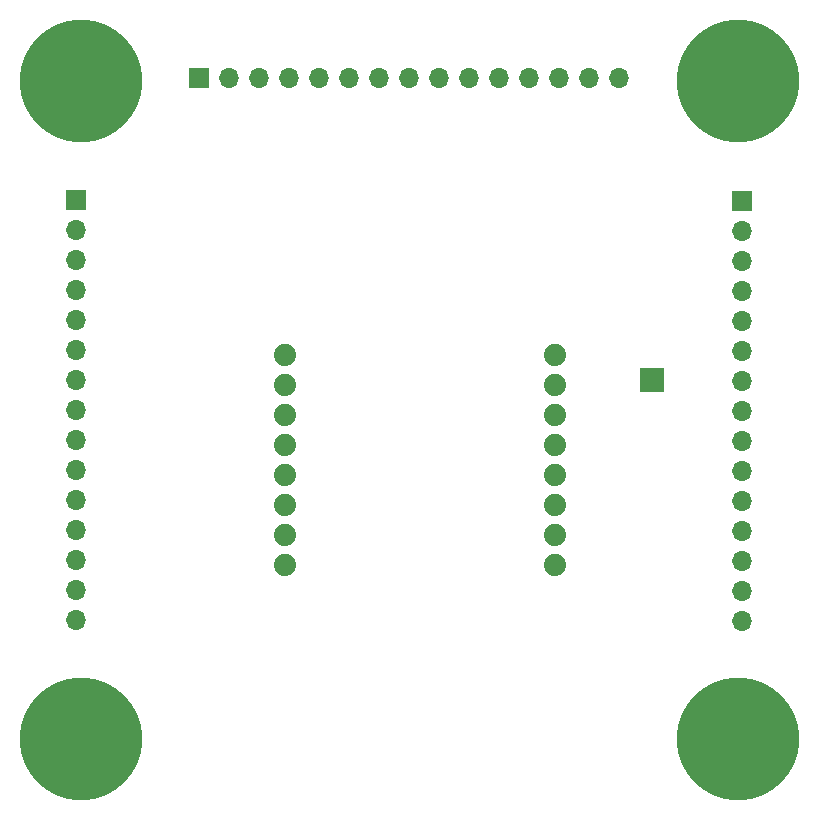
<source format=gbr>
%TF.GenerationSoftware,KiCad,Pcbnew,7.0.7*%
%TF.CreationDate,2024-04-01T01:35:54+05:30*%
%TF.ProjectId,GPS_Stack,4750535f-5374-4616-936b-2e6b69636164,rev?*%
%TF.SameCoordinates,Original*%
%TF.FileFunction,Soldermask,Top*%
%TF.FilePolarity,Negative*%
%FSLAX46Y46*%
G04 Gerber Fmt 4.6, Leading zero omitted, Abs format (unit mm)*
G04 Created by KiCad (PCBNEW 7.0.7) date 2024-04-01 01:35:54*
%MOMM*%
%LPD*%
G01*
G04 APERTURE LIST*
%ADD10R,2.000000X2.000000*%
%ADD11C,1.879600*%
%ADD12R,1.700000X1.700000*%
%ADD13O,1.700000X1.700000*%
%ADD14C,10.400000*%
G04 APERTURE END LIST*
D10*
%TO.C,TP1*%
X133705600Y-86690200D03*
%TD*%
D11*
%TO.C,U1*%
X125526800Y-84582000D03*
X125526800Y-87122000D03*
X125526800Y-89662000D03*
X125526800Y-92202000D03*
X125526800Y-94742000D03*
X125526800Y-97282000D03*
X125526800Y-99822000D03*
X125526800Y-102362000D03*
X102666800Y-84582000D03*
X102666800Y-87122000D03*
X102666800Y-89662000D03*
X102666800Y-92202000D03*
X102666800Y-94742000D03*
X102666800Y-97282000D03*
X102666800Y-99822000D03*
X102666800Y-102362000D03*
%TD*%
D12*
%TO.C,U2*%
X141370000Y-71509000D03*
D13*
X141370000Y-74049000D03*
X141370000Y-76589000D03*
X141370000Y-79129000D03*
X141370000Y-81669000D03*
X141370000Y-84209000D03*
X141370000Y-86749000D03*
X141370000Y-89289000D03*
X141370000Y-91829000D03*
X141370000Y-94369000D03*
X141370000Y-96909000D03*
X141370000Y-99449000D03*
X141370000Y-101989000D03*
X141370000Y-104529000D03*
X141370000Y-107069000D03*
X84970000Y-107039000D03*
X84970000Y-104499000D03*
X84970000Y-101959000D03*
X84970000Y-99419000D03*
X84970000Y-96879000D03*
X84970000Y-94339000D03*
X84970000Y-91799000D03*
X84970000Y-89259000D03*
X84970000Y-86719000D03*
X84970000Y-84179000D03*
X84970000Y-81639000D03*
X84970000Y-79099000D03*
X84970000Y-76559000D03*
X84970000Y-74019000D03*
D12*
X84970000Y-71479000D03*
X95395000Y-61094000D03*
D13*
X97935000Y-61094000D03*
X100475000Y-61094000D03*
X103015000Y-61094000D03*
X105555000Y-61094000D03*
X108095000Y-61094000D03*
X110635000Y-61094000D03*
X113175000Y-61094000D03*
X115715000Y-61094000D03*
X118255000Y-61094000D03*
X120795000Y-61094000D03*
X123335000Y-61094000D03*
X125875000Y-61094000D03*
X128415000Y-61094000D03*
X130955000Y-61094000D03*
D14*
X140970000Y-117094000D03*
X85370000Y-117094000D03*
X85370000Y-61394000D03*
X140970000Y-61409000D03*
%TD*%
M02*

</source>
